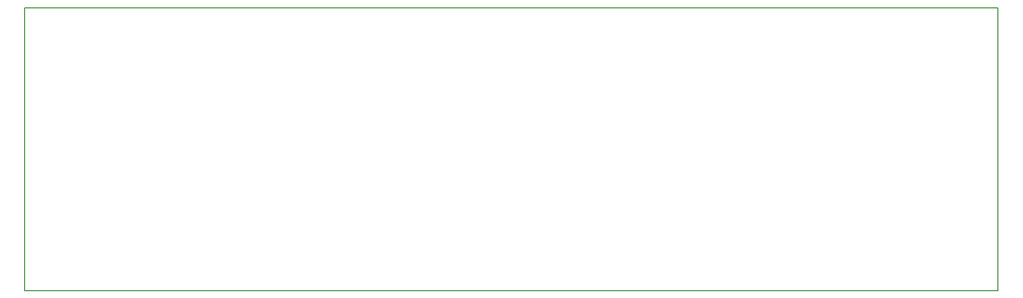
<source format=gbr>
G04 (created by PCBNEW (2013-june-11)-stable) date Thu 27 Nov 2014 20:22:07 CET*
%MOIN*%
G04 Gerber Fmt 3.4, Leading zero omitted, Abs format*
%FSLAX34Y34*%
G01*
G70*
G90*
G04 APERTURE LIST*
%ADD10C,0.00590551*%
G04 APERTURE END LIST*
G54D10*
X121000Y-51000D02*
X121000Y-69000D01*
X59000Y-51000D02*
X59000Y-69000D01*
X121000Y-69000D02*
X59000Y-69000D01*
X121000Y-51000D02*
X59000Y-51000D01*
M02*

</source>
